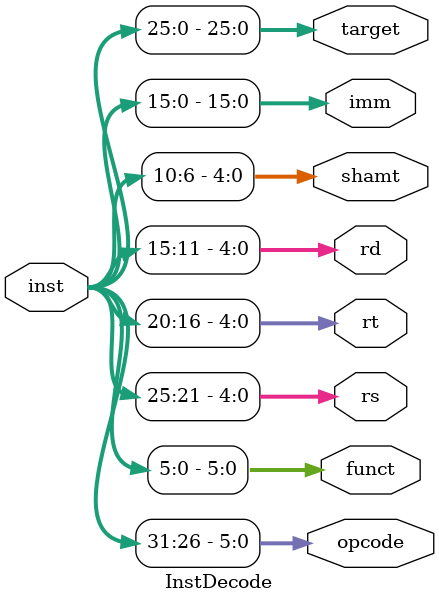
<source format=v>

module InstDecode(
               input  [31:0] inst,
               output [5:0]  opcode, 
               output [5:0]  funct,
               output [4:0]  rs, 
               output [4:0]  rt, 
               output [4:0]  rd, 
               output [4:0]  shamt,
               output [15:0] imm,
               output [25:0] target
);

    assign opcode = inst[31:26];
    assign funct  = inst[5:0];
    assign rs     = inst[25:21];
    assign rt     = inst[20:16];
    assign rd     = inst[15:11];
    assign shamt  = inst[10:6];
    assign imm    = inst[15:0];
    assign target = inst[25:0];

endmodule

</source>
